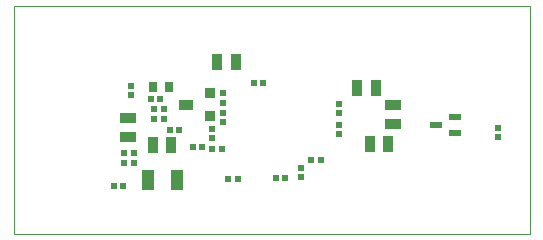
<source format=gbp>
G04*
G04 #@! TF.GenerationSoftware,Altium Limited,Altium Designer,20.1.12 (249)*
G04*
G04 Layer_Color=128*
%FSLAX44Y44*%
%MOMM*%
G71*
G04*
G04 #@! TF.SameCoordinates,44347E94-7ADE-449A-B082-F397EEC3031E*
G04*
G04*
G04 #@! TF.FilePolarity,Positive*
G04*
G01*
G75*
%ADD10C,0.1000*%
%ADD12R,0.5000X0.5000*%
%ADD17R,0.5500X0.5500*%
%ADD18R,0.5000X0.5000*%
%ADD21R,0.9500X1.3500*%
%ADD22R,1.3500X0.9500*%
%ADD23R,0.5500X0.5500*%
%ADD24R,0.9144X0.9144*%
%ADD25R,1.2700X0.9144*%
%ADD26R,1.0000X1.8000*%
%ADD27R,0.7500X0.9000*%
%ADD28R,1.0500X0.5500*%
D10*
X260000Y740000D02*
Y933040D01*
X696880Y740000D02*
Y933040D01*
X260000Y740000D02*
X696880D01*
X260000Y933040D02*
X696880D01*
D12*
X437546Y858808D02*
D03*
Y850808D02*
D03*
Y842552D02*
D03*
Y834552D02*
D03*
X428402Y828582D02*
D03*
Y820582D02*
D03*
X503586Y795816D02*
D03*
Y787816D02*
D03*
X535440Y832270D02*
D03*
Y824270D02*
D03*
X670440Y829520D02*
D03*
Y821520D02*
D03*
D17*
X463190Y867520D02*
D03*
X471190D02*
D03*
X352646Y780386D02*
D03*
X344646D02*
D03*
X387190Y837282D02*
D03*
X379190D02*
D03*
X384396Y854046D02*
D03*
X376396D02*
D03*
X400398Y827884D02*
D03*
X392398D02*
D03*
X449928Y786228D02*
D03*
X441928D02*
D03*
X489806Y787244D02*
D03*
X481806D02*
D03*
X520032Y802738D02*
D03*
X512032D02*
D03*
D18*
X387190Y845664D02*
D03*
X379190D02*
D03*
X419956Y813152D02*
D03*
X411956D02*
D03*
X436212Y811882D02*
D03*
X428212D02*
D03*
D21*
X393730Y814676D02*
D03*
X377730D02*
D03*
X448594Y885034D02*
D03*
X432594D02*
D03*
X577440Y815770D02*
D03*
X561440D02*
D03*
X566690Y863270D02*
D03*
X550690D02*
D03*
D22*
X357028Y837916D02*
D03*
Y821916D02*
D03*
X581440Y849270D02*
D03*
Y833270D02*
D03*
D23*
X359568Y865158D02*
D03*
Y857158D02*
D03*
X353726Y808008D02*
D03*
Y800008D02*
D03*
X362108Y808008D02*
D03*
Y800008D02*
D03*
X535440Y850020D02*
D03*
Y842020D02*
D03*
D24*
X426116Y858745D02*
D03*
Y839695D02*
D03*
D25*
X405796Y849093D02*
D03*
D26*
X398690Y785240D02*
D03*
X373690D02*
D03*
D27*
X391714Y864460D02*
D03*
X377714D02*
D03*
D28*
X633440Y838520D02*
D03*
Y825520D02*
D03*
X617940Y832020D02*
D03*
M02*

</source>
